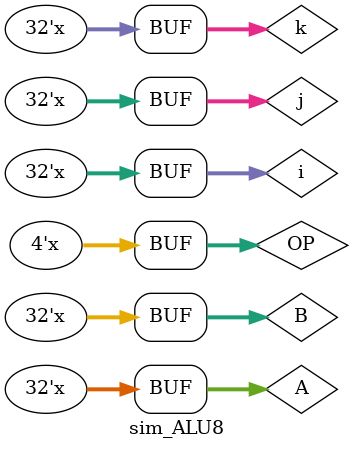
<source format=v>
module sim_ALU8;
    parameter N=32;
    reg [N-1:0] A,B;
    reg [3:0] OP;
    wire [N-1:0] F;
    wire CF,ZF,OF,SF,PF; 
    integer i,j,k;
    initial begin
        A<=32'b0;B<=32'b0;OP<=4'b0;i<=0;j<=0;k<=0;
    end
    ALU_8 alu8(F,CF,A,B,OP,OF,SF,PF,ZF);
    always begin #30 i=i+1;OP=i[3:0];end
    always begin #10 j=j+1;A=j[N-1:0];end
    always begin #15 k=k+1;B=k[N-1:0];end
    always begin #300 j<=k;k<=j;end
        
endmodule

</source>
